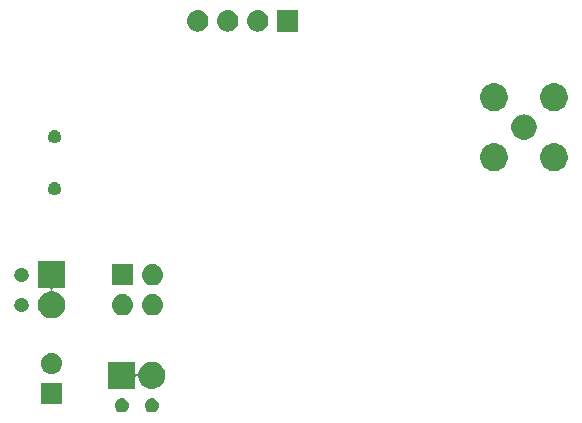
<source format=gbr>
G04 #@! TF.GenerationSoftware,KiCad,Pcbnew,(5.1.0)-1*
G04 #@! TF.CreationDate,2020-04-10T00:03:40+02:00*
G04 #@! TF.ProjectId,Heissluftballon,48656973-736c-4756-9674-62616c6c6f6e,rev?*
G04 #@! TF.SameCoordinates,Original*
G04 #@! TF.FileFunction,Soldermask,Bot*
G04 #@! TF.FilePolarity,Negative*
%FSLAX46Y46*%
G04 Gerber Fmt 4.6, Leading zero omitted, Abs format (unit mm)*
G04 Created by KiCad (PCBNEW (5.1.0)-1) date 2020-04-10 00:03:40*
%MOMM*%
%LPD*%
G04 APERTURE LIST*
%ADD10C,0.100000*%
G04 APERTURE END LIST*
D10*
G36*
X82626601Y-112954397D02*
G01*
X82665305Y-112962096D01*
X82697340Y-112975365D01*
X82774680Y-113007400D01*
X82873115Y-113073173D01*
X82956827Y-113156885D01*
X83022600Y-113255320D01*
X83067904Y-113364696D01*
X83091000Y-113480805D01*
X83091000Y-113599195D01*
X83067904Y-113715304D01*
X83022600Y-113824680D01*
X82956827Y-113923115D01*
X82873115Y-114006827D01*
X82774680Y-114072600D01*
X82697340Y-114104635D01*
X82665305Y-114117904D01*
X82626601Y-114125603D01*
X82549195Y-114141000D01*
X82430805Y-114141000D01*
X82353399Y-114125603D01*
X82314695Y-114117904D01*
X82282660Y-114104635D01*
X82205320Y-114072600D01*
X82106885Y-114006827D01*
X82023173Y-113923115D01*
X81957400Y-113824680D01*
X81912096Y-113715304D01*
X81889000Y-113599195D01*
X81889000Y-113480805D01*
X81912096Y-113364696D01*
X81957400Y-113255320D01*
X82023173Y-113156885D01*
X82106885Y-113073173D01*
X82205320Y-113007400D01*
X82282660Y-112975365D01*
X82314695Y-112962096D01*
X82353399Y-112954397D01*
X82430805Y-112939000D01*
X82549195Y-112939000D01*
X82626601Y-112954397D01*
X82626601Y-112954397D01*
G37*
G36*
X80086601Y-112954397D02*
G01*
X80125305Y-112962096D01*
X80157340Y-112975365D01*
X80234680Y-113007400D01*
X80333115Y-113073173D01*
X80416827Y-113156885D01*
X80482600Y-113255320D01*
X80527904Y-113364696D01*
X80551000Y-113480805D01*
X80551000Y-113599195D01*
X80527904Y-113715304D01*
X80482600Y-113824680D01*
X80416827Y-113923115D01*
X80333115Y-114006827D01*
X80234680Y-114072600D01*
X80157340Y-114104635D01*
X80125305Y-114117904D01*
X80086601Y-114125603D01*
X80009195Y-114141000D01*
X79890805Y-114141000D01*
X79813399Y-114125603D01*
X79774695Y-114117904D01*
X79742660Y-114104635D01*
X79665320Y-114072600D01*
X79566885Y-114006827D01*
X79483173Y-113923115D01*
X79417400Y-113824680D01*
X79372096Y-113715304D01*
X79349000Y-113599195D01*
X79349000Y-113480805D01*
X79372096Y-113364696D01*
X79417400Y-113255320D01*
X79483173Y-113156885D01*
X79566885Y-113073173D01*
X79665320Y-113007400D01*
X79742660Y-112975365D01*
X79774695Y-112962096D01*
X79813399Y-112954397D01*
X79890805Y-112939000D01*
X80009195Y-112939000D01*
X80086601Y-112954397D01*
X80086601Y-112954397D01*
G37*
G36*
X74901000Y-113441000D02*
G01*
X73099000Y-113441000D01*
X73099000Y-111639000D01*
X74901000Y-111639000D01*
X74901000Y-113441000D01*
X74901000Y-113441000D01*
G37*
G36*
X81101000Y-110814007D02*
G01*
X81103402Y-110838393D01*
X81110515Y-110861842D01*
X81122066Y-110883453D01*
X81137611Y-110902395D01*
X81156553Y-110917940D01*
X81178164Y-110929491D01*
X81201613Y-110936604D01*
X81225999Y-110939006D01*
X81250385Y-110936604D01*
X81273834Y-110929491D01*
X81295445Y-110917940D01*
X81314387Y-110902395D01*
X81329932Y-110883453D01*
X81341483Y-110861842D01*
X81348596Y-110838393D01*
X81383232Y-110664267D01*
X81393207Y-110640186D01*
X81469997Y-110454797D01*
X81595960Y-110266280D01*
X81756280Y-110105960D01*
X81944797Y-109979997D01*
X82154266Y-109893232D01*
X82265451Y-109871116D01*
X82376635Y-109849000D01*
X82603365Y-109849000D01*
X82714549Y-109871116D01*
X82825734Y-109893232D01*
X83035203Y-109979997D01*
X83223720Y-110105960D01*
X83384040Y-110266280D01*
X83510003Y-110454797D01*
X83596768Y-110664266D01*
X83641000Y-110886636D01*
X83641000Y-111113364D01*
X83596768Y-111335734D01*
X83510003Y-111545203D01*
X83384040Y-111733720D01*
X83223720Y-111894040D01*
X83035203Y-112020003D01*
X82825734Y-112106768D01*
X82714549Y-112128884D01*
X82603365Y-112151000D01*
X82376635Y-112151000D01*
X82265451Y-112128884D01*
X82154266Y-112106768D01*
X81944797Y-112020003D01*
X81756280Y-111894040D01*
X81595960Y-111733720D01*
X81469997Y-111545203D01*
X81383232Y-111335734D01*
X81348596Y-111161607D01*
X81341483Y-111138158D01*
X81329932Y-111116547D01*
X81314387Y-111097605D01*
X81295445Y-111082060D01*
X81273834Y-111070509D01*
X81250385Y-111063396D01*
X81225999Y-111060994D01*
X81201613Y-111063396D01*
X81178164Y-111070509D01*
X81156553Y-111082060D01*
X81137611Y-111097605D01*
X81122066Y-111116547D01*
X81110515Y-111138158D01*
X81103402Y-111161607D01*
X81101000Y-111185993D01*
X81101000Y-112151000D01*
X78799000Y-112151000D01*
X78799000Y-109849000D01*
X81101000Y-109849000D01*
X81101000Y-110814007D01*
X81101000Y-110814007D01*
G37*
G36*
X74110443Y-109105519D02*
G01*
X74176627Y-109112037D01*
X74346466Y-109163557D01*
X74502991Y-109247222D01*
X74538729Y-109276552D01*
X74640186Y-109359814D01*
X74723448Y-109461271D01*
X74752778Y-109497009D01*
X74836443Y-109653534D01*
X74887963Y-109823373D01*
X74905359Y-110000000D01*
X74887963Y-110176627D01*
X74836443Y-110346466D01*
X74752778Y-110502991D01*
X74723448Y-110538729D01*
X74640186Y-110640186D01*
X74538729Y-110723448D01*
X74502991Y-110752778D01*
X74502989Y-110752779D01*
X74388441Y-110814007D01*
X74346466Y-110836443D01*
X74176627Y-110887963D01*
X74110443Y-110894481D01*
X74044260Y-110901000D01*
X73955740Y-110901000D01*
X73889557Y-110894481D01*
X73823373Y-110887963D01*
X73653534Y-110836443D01*
X73611560Y-110814007D01*
X73497011Y-110752779D01*
X73497009Y-110752778D01*
X73461271Y-110723448D01*
X73359814Y-110640186D01*
X73276552Y-110538729D01*
X73247222Y-110502991D01*
X73163557Y-110346466D01*
X73112037Y-110176627D01*
X73094641Y-110000000D01*
X73112037Y-109823373D01*
X73163557Y-109653534D01*
X73247222Y-109497009D01*
X73276552Y-109461271D01*
X73359814Y-109359814D01*
X73461271Y-109276552D01*
X73497009Y-109247222D01*
X73653534Y-109163557D01*
X73823373Y-109112037D01*
X73889557Y-109105519D01*
X73955740Y-109099000D01*
X74044260Y-109099000D01*
X74110443Y-109105519D01*
X74110443Y-109105519D01*
G37*
G36*
X75151000Y-103651000D02*
G01*
X74185993Y-103651000D01*
X74161607Y-103653402D01*
X74138158Y-103660515D01*
X74116547Y-103672066D01*
X74097605Y-103687611D01*
X74082060Y-103706553D01*
X74070509Y-103728164D01*
X74063396Y-103751613D01*
X74060994Y-103775999D01*
X74063396Y-103800385D01*
X74070509Y-103823834D01*
X74082060Y-103845445D01*
X74097605Y-103864387D01*
X74116547Y-103879932D01*
X74138158Y-103891483D01*
X74161608Y-103898596D01*
X74335734Y-103933232D01*
X74545203Y-104019997D01*
X74733720Y-104145960D01*
X74894040Y-104306280D01*
X75020003Y-104494797D01*
X75106768Y-104704266D01*
X75151000Y-104926636D01*
X75151000Y-105153364D01*
X75106768Y-105375734D01*
X75020003Y-105585203D01*
X74894040Y-105773720D01*
X74733720Y-105934040D01*
X74545203Y-106060003D01*
X74335734Y-106146768D01*
X74224549Y-106168884D01*
X74113365Y-106191000D01*
X73886635Y-106191000D01*
X73775451Y-106168884D01*
X73664266Y-106146768D01*
X73454797Y-106060003D01*
X73266280Y-105934040D01*
X73105960Y-105773720D01*
X72979997Y-105585203D01*
X72893232Y-105375734D01*
X72849000Y-105153364D01*
X72849000Y-104926636D01*
X72893232Y-104704266D01*
X72979997Y-104494797D01*
X73105960Y-104306280D01*
X73266280Y-104145960D01*
X73454797Y-104019997D01*
X73664266Y-103933232D01*
X73838392Y-103898596D01*
X73861842Y-103891483D01*
X73883453Y-103879932D01*
X73902395Y-103864387D01*
X73917940Y-103845445D01*
X73929491Y-103823834D01*
X73936604Y-103800385D01*
X73939006Y-103775999D01*
X73936604Y-103751613D01*
X73929491Y-103728164D01*
X73917940Y-103706553D01*
X73902395Y-103687611D01*
X73883453Y-103672066D01*
X73861842Y-103660515D01*
X73838393Y-103653402D01*
X73814007Y-103651000D01*
X72849000Y-103651000D01*
X72849000Y-101349000D01*
X75151000Y-101349000D01*
X75151000Y-103651000D01*
X75151000Y-103651000D01*
G37*
G36*
X80110442Y-104145518D02*
G01*
X80176627Y-104152037D01*
X80346466Y-104203557D01*
X80502991Y-104287222D01*
X80526213Y-104306280D01*
X80640186Y-104399814D01*
X80718135Y-104494797D01*
X80752778Y-104537009D01*
X80836443Y-104693534D01*
X80887963Y-104863373D01*
X80905359Y-105040000D01*
X80887963Y-105216627D01*
X80836443Y-105386466D01*
X80752778Y-105542991D01*
X80728479Y-105572599D01*
X80640186Y-105680186D01*
X80538729Y-105763448D01*
X80502991Y-105792778D01*
X80346466Y-105876443D01*
X80176627Y-105927963D01*
X80114925Y-105934040D01*
X80044260Y-105941000D01*
X79955740Y-105941000D01*
X79885075Y-105934040D01*
X79823373Y-105927963D01*
X79653534Y-105876443D01*
X79497009Y-105792778D01*
X79461271Y-105763448D01*
X79359814Y-105680186D01*
X79271521Y-105572599D01*
X79247222Y-105542991D01*
X79163557Y-105386466D01*
X79112037Y-105216627D01*
X79094641Y-105040000D01*
X79112037Y-104863373D01*
X79163557Y-104693534D01*
X79247222Y-104537009D01*
X79281865Y-104494797D01*
X79359814Y-104399814D01*
X79473787Y-104306280D01*
X79497009Y-104287222D01*
X79653534Y-104203557D01*
X79823373Y-104152037D01*
X79889558Y-104145518D01*
X79955740Y-104139000D01*
X80044260Y-104139000D01*
X80110442Y-104145518D01*
X80110442Y-104145518D01*
G37*
G36*
X82650442Y-104145518D02*
G01*
X82716627Y-104152037D01*
X82886466Y-104203557D01*
X83042991Y-104287222D01*
X83066213Y-104306280D01*
X83180186Y-104399814D01*
X83258135Y-104494797D01*
X83292778Y-104537009D01*
X83376443Y-104693534D01*
X83427963Y-104863373D01*
X83445359Y-105040000D01*
X83427963Y-105216627D01*
X83376443Y-105386466D01*
X83292778Y-105542991D01*
X83268479Y-105572599D01*
X83180186Y-105680186D01*
X83078729Y-105763448D01*
X83042991Y-105792778D01*
X82886466Y-105876443D01*
X82716627Y-105927963D01*
X82654925Y-105934040D01*
X82584260Y-105941000D01*
X82495740Y-105941000D01*
X82425075Y-105934040D01*
X82363373Y-105927963D01*
X82193534Y-105876443D01*
X82037009Y-105792778D01*
X82001271Y-105763448D01*
X81899814Y-105680186D01*
X81811521Y-105572599D01*
X81787222Y-105542991D01*
X81703557Y-105386466D01*
X81652037Y-105216627D01*
X81634641Y-105040000D01*
X81652037Y-104863373D01*
X81703557Y-104693534D01*
X81787222Y-104537009D01*
X81821865Y-104494797D01*
X81899814Y-104399814D01*
X82013787Y-104306280D01*
X82037009Y-104287222D01*
X82193534Y-104203557D01*
X82363373Y-104152037D01*
X82429558Y-104145518D01*
X82495740Y-104139000D01*
X82584260Y-104139000D01*
X82650442Y-104145518D01*
X82650442Y-104145518D01*
G37*
G36*
X71596601Y-104454397D02*
G01*
X71635305Y-104462096D01*
X71667340Y-104475365D01*
X71744680Y-104507400D01*
X71843115Y-104573173D01*
X71926827Y-104656885D01*
X71992600Y-104755320D01*
X72037904Y-104864696D01*
X72061000Y-104980805D01*
X72061000Y-105099195D01*
X72037904Y-105215304D01*
X71992600Y-105324680D01*
X71926827Y-105423115D01*
X71843115Y-105506827D01*
X71744680Y-105572600D01*
X71667340Y-105604635D01*
X71635305Y-105617904D01*
X71596601Y-105625603D01*
X71519195Y-105641000D01*
X71400805Y-105641000D01*
X71323399Y-105625603D01*
X71284695Y-105617904D01*
X71252660Y-105604635D01*
X71175320Y-105572600D01*
X71076885Y-105506827D01*
X70993173Y-105423115D01*
X70927400Y-105324680D01*
X70882096Y-105215304D01*
X70859000Y-105099195D01*
X70859000Y-104980805D01*
X70882096Y-104864696D01*
X70927400Y-104755320D01*
X70993173Y-104656885D01*
X71076885Y-104573173D01*
X71175320Y-104507400D01*
X71252660Y-104475365D01*
X71284695Y-104462096D01*
X71323399Y-104454397D01*
X71400805Y-104439000D01*
X71519195Y-104439000D01*
X71596601Y-104454397D01*
X71596601Y-104454397D01*
G37*
G36*
X82650443Y-101605519D02*
G01*
X82716627Y-101612037D01*
X82886466Y-101663557D01*
X83042991Y-101747222D01*
X83078729Y-101776552D01*
X83180186Y-101859814D01*
X83263448Y-101961271D01*
X83292778Y-101997009D01*
X83376443Y-102153534D01*
X83427963Y-102323373D01*
X83445359Y-102500000D01*
X83427963Y-102676627D01*
X83376443Y-102846466D01*
X83292778Y-103002991D01*
X83268479Y-103032599D01*
X83180186Y-103140186D01*
X83078729Y-103223448D01*
X83042991Y-103252778D01*
X82886466Y-103336443D01*
X82716627Y-103387963D01*
X82650442Y-103394482D01*
X82584260Y-103401000D01*
X82495740Y-103401000D01*
X82429558Y-103394482D01*
X82363373Y-103387963D01*
X82193534Y-103336443D01*
X82037009Y-103252778D01*
X82001271Y-103223448D01*
X81899814Y-103140186D01*
X81811521Y-103032599D01*
X81787222Y-103002991D01*
X81703557Y-102846466D01*
X81652037Y-102676627D01*
X81634641Y-102500000D01*
X81652037Y-102323373D01*
X81703557Y-102153534D01*
X81787222Y-101997009D01*
X81816552Y-101961271D01*
X81899814Y-101859814D01*
X82001271Y-101776552D01*
X82037009Y-101747222D01*
X82193534Y-101663557D01*
X82363373Y-101612037D01*
X82429557Y-101605519D01*
X82495740Y-101599000D01*
X82584260Y-101599000D01*
X82650443Y-101605519D01*
X82650443Y-101605519D01*
G37*
G36*
X80901000Y-103401000D02*
G01*
X79099000Y-103401000D01*
X79099000Y-101599000D01*
X80901000Y-101599000D01*
X80901000Y-103401000D01*
X80901000Y-103401000D01*
G37*
G36*
X71596601Y-101914397D02*
G01*
X71635305Y-101922096D01*
X71667340Y-101935365D01*
X71744680Y-101967400D01*
X71843115Y-102033173D01*
X71926827Y-102116885D01*
X71992600Y-102215320D01*
X72037904Y-102324696D01*
X72061000Y-102440805D01*
X72061000Y-102559195D01*
X72037904Y-102675304D01*
X71992600Y-102784680D01*
X71926827Y-102883115D01*
X71843115Y-102966827D01*
X71744680Y-103032600D01*
X71667340Y-103064635D01*
X71635305Y-103077904D01*
X71596601Y-103085603D01*
X71519195Y-103101000D01*
X71400805Y-103101000D01*
X71323399Y-103085603D01*
X71284695Y-103077904D01*
X71252660Y-103064635D01*
X71175320Y-103032600D01*
X71076885Y-102966827D01*
X70993173Y-102883115D01*
X70927400Y-102784680D01*
X70882096Y-102675304D01*
X70859000Y-102559195D01*
X70859000Y-102440805D01*
X70882096Y-102324696D01*
X70927400Y-102215320D01*
X70993173Y-102116885D01*
X71076885Y-102033173D01*
X71175320Y-101967400D01*
X71252660Y-101935365D01*
X71284695Y-101922096D01*
X71323399Y-101914397D01*
X71400805Y-101899000D01*
X71519195Y-101899000D01*
X71596601Y-101914397D01*
X71596601Y-101914397D01*
G37*
G36*
X74410721Y-94670174D02*
G01*
X74510995Y-94711709D01*
X74510996Y-94711710D01*
X74601242Y-94772010D01*
X74677990Y-94848758D01*
X74677991Y-94848760D01*
X74738291Y-94939005D01*
X74779826Y-95039279D01*
X74801000Y-95145730D01*
X74801000Y-95254270D01*
X74779826Y-95360721D01*
X74738291Y-95460995D01*
X74738290Y-95460996D01*
X74677990Y-95551242D01*
X74601242Y-95627990D01*
X74555812Y-95658345D01*
X74510995Y-95688291D01*
X74410721Y-95729826D01*
X74304270Y-95751000D01*
X74195730Y-95751000D01*
X74089279Y-95729826D01*
X73989005Y-95688291D01*
X73944188Y-95658345D01*
X73898758Y-95627990D01*
X73822010Y-95551242D01*
X73761710Y-95460996D01*
X73761709Y-95460995D01*
X73720174Y-95360721D01*
X73699000Y-95254270D01*
X73699000Y-95145730D01*
X73720174Y-95039279D01*
X73761709Y-94939005D01*
X73822009Y-94848760D01*
X73822010Y-94848758D01*
X73898758Y-94772010D01*
X73989004Y-94711710D01*
X73989005Y-94711709D01*
X74089279Y-94670174D01*
X74195730Y-94649000D01*
X74304270Y-94649000D01*
X74410721Y-94670174D01*
X74410721Y-94670174D01*
G37*
G36*
X116731560Y-91379064D02*
G01*
X116883027Y-91409193D01*
X117097045Y-91497842D01*
X117097046Y-91497843D01*
X117289654Y-91626539D01*
X117453461Y-91790346D01*
X117539258Y-91918751D01*
X117582158Y-91982955D01*
X117670807Y-92196973D01*
X117716000Y-92424174D01*
X117716000Y-92655826D01*
X117670807Y-92883027D01*
X117582158Y-93097045D01*
X117582157Y-93097046D01*
X117453461Y-93289654D01*
X117289654Y-93453461D01*
X117161249Y-93539258D01*
X117097045Y-93582158D01*
X116883027Y-93670807D01*
X116731560Y-93700936D01*
X116655827Y-93716000D01*
X116424173Y-93716000D01*
X116348440Y-93700936D01*
X116196973Y-93670807D01*
X115982955Y-93582158D01*
X115918751Y-93539258D01*
X115790346Y-93453461D01*
X115626539Y-93289654D01*
X115497843Y-93097046D01*
X115497842Y-93097045D01*
X115409193Y-92883027D01*
X115364000Y-92655826D01*
X115364000Y-92424174D01*
X115409193Y-92196973D01*
X115497842Y-91982955D01*
X115540742Y-91918751D01*
X115626539Y-91790346D01*
X115790346Y-91626539D01*
X115982954Y-91497843D01*
X115982955Y-91497842D01*
X116196973Y-91409193D01*
X116348440Y-91379064D01*
X116424173Y-91364000D01*
X116655827Y-91364000D01*
X116731560Y-91379064D01*
X116731560Y-91379064D01*
G37*
G36*
X111651560Y-91379064D02*
G01*
X111803027Y-91409193D01*
X112017045Y-91497842D01*
X112017046Y-91497843D01*
X112209654Y-91626539D01*
X112373461Y-91790346D01*
X112459258Y-91918751D01*
X112502158Y-91982955D01*
X112590807Y-92196973D01*
X112636000Y-92424174D01*
X112636000Y-92655826D01*
X112590807Y-92883027D01*
X112502158Y-93097045D01*
X112502157Y-93097046D01*
X112373461Y-93289654D01*
X112209654Y-93453461D01*
X112081249Y-93539258D01*
X112017045Y-93582158D01*
X111803027Y-93670807D01*
X111651560Y-93700936D01*
X111575827Y-93716000D01*
X111344173Y-93716000D01*
X111268440Y-93700936D01*
X111116973Y-93670807D01*
X110902955Y-93582158D01*
X110838751Y-93539258D01*
X110710346Y-93453461D01*
X110546539Y-93289654D01*
X110417843Y-93097046D01*
X110417842Y-93097045D01*
X110329193Y-92883027D01*
X110284000Y-92655826D01*
X110284000Y-92424174D01*
X110329193Y-92196973D01*
X110417842Y-91982955D01*
X110460742Y-91918751D01*
X110546539Y-91790346D01*
X110710346Y-91626539D01*
X110902954Y-91497843D01*
X110902955Y-91497842D01*
X111116973Y-91409193D01*
X111268440Y-91379064D01*
X111344173Y-91364000D01*
X111575827Y-91364000D01*
X111651560Y-91379064D01*
X111651560Y-91379064D01*
G37*
G36*
X74410721Y-90270174D02*
G01*
X74510995Y-90311709D01*
X74510996Y-90311710D01*
X74601242Y-90372010D01*
X74677990Y-90448758D01*
X74677991Y-90448760D01*
X74738291Y-90539005D01*
X74779826Y-90639279D01*
X74801000Y-90745730D01*
X74801000Y-90854270D01*
X74779826Y-90960721D01*
X74738291Y-91060995D01*
X74738290Y-91060996D01*
X74677990Y-91151242D01*
X74601242Y-91227990D01*
X74555812Y-91258345D01*
X74510995Y-91288291D01*
X74410721Y-91329826D01*
X74304270Y-91351000D01*
X74195730Y-91351000D01*
X74089279Y-91329826D01*
X73989005Y-91288291D01*
X73944188Y-91258345D01*
X73898758Y-91227990D01*
X73822010Y-91151242D01*
X73761710Y-91060996D01*
X73761709Y-91060995D01*
X73720174Y-90960721D01*
X73699000Y-90854270D01*
X73699000Y-90745730D01*
X73720174Y-90639279D01*
X73761709Y-90539005D01*
X73822009Y-90448760D01*
X73822010Y-90448758D01*
X73898758Y-90372010D01*
X73989004Y-90311710D01*
X73989005Y-90311709D01*
X74089279Y-90270174D01*
X74195730Y-90249000D01*
X74304270Y-90249000D01*
X74410721Y-90270174D01*
X74410721Y-90270174D01*
G37*
G36*
X114175271Y-88937783D02*
G01*
X114313858Y-88965350D01*
X114509677Y-89046461D01*
X114685910Y-89164216D01*
X114835784Y-89314090D01*
X114953539Y-89490323D01*
X115034650Y-89686142D01*
X115076000Y-89894023D01*
X115076000Y-90105977D01*
X115034650Y-90313858D01*
X114953539Y-90509677D01*
X114835784Y-90685910D01*
X114685910Y-90835784D01*
X114509677Y-90953539D01*
X114313858Y-91034650D01*
X114181412Y-91060995D01*
X114105978Y-91076000D01*
X113894022Y-91076000D01*
X113818588Y-91060995D01*
X113686142Y-91034650D01*
X113490323Y-90953539D01*
X113314090Y-90835784D01*
X113164216Y-90685910D01*
X113046461Y-90509677D01*
X112965350Y-90313858D01*
X112924000Y-90105977D01*
X112924000Y-89894023D01*
X112965350Y-89686142D01*
X113046461Y-89490323D01*
X113164216Y-89314090D01*
X113314090Y-89164216D01*
X113490323Y-89046461D01*
X113686142Y-88965350D01*
X113824729Y-88937783D01*
X113894022Y-88924000D01*
X114105978Y-88924000D01*
X114175271Y-88937783D01*
X114175271Y-88937783D01*
G37*
G36*
X111651560Y-86299064D02*
G01*
X111803027Y-86329193D01*
X112017045Y-86417842D01*
X112017046Y-86417843D01*
X112209654Y-86546539D01*
X112373461Y-86710346D01*
X112459258Y-86838751D01*
X112502158Y-86902955D01*
X112590807Y-87116973D01*
X112636000Y-87344174D01*
X112636000Y-87575826D01*
X112590807Y-87803027D01*
X112502158Y-88017045D01*
X112502157Y-88017046D01*
X112373461Y-88209654D01*
X112209654Y-88373461D01*
X112081249Y-88459258D01*
X112017045Y-88502158D01*
X111803027Y-88590807D01*
X111651560Y-88620936D01*
X111575827Y-88636000D01*
X111344173Y-88636000D01*
X111268440Y-88620936D01*
X111116973Y-88590807D01*
X110902955Y-88502158D01*
X110838751Y-88459258D01*
X110710346Y-88373461D01*
X110546539Y-88209654D01*
X110417843Y-88017046D01*
X110417842Y-88017045D01*
X110329193Y-87803027D01*
X110284000Y-87575826D01*
X110284000Y-87344174D01*
X110329193Y-87116973D01*
X110417842Y-86902955D01*
X110460742Y-86838751D01*
X110546539Y-86710346D01*
X110710346Y-86546539D01*
X110902954Y-86417843D01*
X110902955Y-86417842D01*
X111116973Y-86329193D01*
X111268440Y-86299064D01*
X111344173Y-86284000D01*
X111575827Y-86284000D01*
X111651560Y-86299064D01*
X111651560Y-86299064D01*
G37*
G36*
X116731560Y-86299064D02*
G01*
X116883027Y-86329193D01*
X117097045Y-86417842D01*
X117097046Y-86417843D01*
X117289654Y-86546539D01*
X117453461Y-86710346D01*
X117539258Y-86838751D01*
X117582158Y-86902955D01*
X117670807Y-87116973D01*
X117716000Y-87344174D01*
X117716000Y-87575826D01*
X117670807Y-87803027D01*
X117582158Y-88017045D01*
X117582157Y-88017046D01*
X117453461Y-88209654D01*
X117289654Y-88373461D01*
X117161249Y-88459258D01*
X117097045Y-88502158D01*
X116883027Y-88590807D01*
X116731560Y-88620936D01*
X116655827Y-88636000D01*
X116424173Y-88636000D01*
X116348440Y-88620936D01*
X116196973Y-88590807D01*
X115982955Y-88502158D01*
X115918751Y-88459258D01*
X115790346Y-88373461D01*
X115626539Y-88209654D01*
X115497843Y-88017046D01*
X115497842Y-88017045D01*
X115409193Y-87803027D01*
X115364000Y-87575826D01*
X115364000Y-87344174D01*
X115409193Y-87116973D01*
X115497842Y-86902955D01*
X115540742Y-86838751D01*
X115626539Y-86710346D01*
X115790346Y-86546539D01*
X115982954Y-86417843D01*
X115982955Y-86417842D01*
X116196973Y-86329193D01*
X116348440Y-86299064D01*
X116424173Y-86284000D01*
X116655827Y-86284000D01*
X116731560Y-86299064D01*
X116731560Y-86299064D01*
G37*
G36*
X86490442Y-80105518D02*
G01*
X86556627Y-80112037D01*
X86726466Y-80163557D01*
X86882991Y-80247222D01*
X86918729Y-80276552D01*
X87020186Y-80359814D01*
X87103448Y-80461271D01*
X87132778Y-80497009D01*
X87216443Y-80653534D01*
X87267963Y-80823373D01*
X87285359Y-81000000D01*
X87267963Y-81176627D01*
X87216443Y-81346466D01*
X87132778Y-81502991D01*
X87103448Y-81538729D01*
X87020186Y-81640186D01*
X86918729Y-81723448D01*
X86882991Y-81752778D01*
X86726466Y-81836443D01*
X86556627Y-81887963D01*
X86490442Y-81894482D01*
X86424260Y-81901000D01*
X86335740Y-81901000D01*
X86269558Y-81894482D01*
X86203373Y-81887963D01*
X86033534Y-81836443D01*
X85877009Y-81752778D01*
X85841271Y-81723448D01*
X85739814Y-81640186D01*
X85656552Y-81538729D01*
X85627222Y-81502991D01*
X85543557Y-81346466D01*
X85492037Y-81176627D01*
X85474641Y-81000000D01*
X85492037Y-80823373D01*
X85543557Y-80653534D01*
X85627222Y-80497009D01*
X85656552Y-80461271D01*
X85739814Y-80359814D01*
X85841271Y-80276552D01*
X85877009Y-80247222D01*
X86033534Y-80163557D01*
X86203373Y-80112037D01*
X86269558Y-80105518D01*
X86335740Y-80099000D01*
X86424260Y-80099000D01*
X86490442Y-80105518D01*
X86490442Y-80105518D01*
G37*
G36*
X89030442Y-80105518D02*
G01*
X89096627Y-80112037D01*
X89266466Y-80163557D01*
X89422991Y-80247222D01*
X89458729Y-80276552D01*
X89560186Y-80359814D01*
X89643448Y-80461271D01*
X89672778Y-80497009D01*
X89756443Y-80653534D01*
X89807963Y-80823373D01*
X89825359Y-81000000D01*
X89807963Y-81176627D01*
X89756443Y-81346466D01*
X89672778Y-81502991D01*
X89643448Y-81538729D01*
X89560186Y-81640186D01*
X89458729Y-81723448D01*
X89422991Y-81752778D01*
X89266466Y-81836443D01*
X89096627Y-81887963D01*
X89030442Y-81894482D01*
X88964260Y-81901000D01*
X88875740Y-81901000D01*
X88809558Y-81894482D01*
X88743373Y-81887963D01*
X88573534Y-81836443D01*
X88417009Y-81752778D01*
X88381271Y-81723448D01*
X88279814Y-81640186D01*
X88196552Y-81538729D01*
X88167222Y-81502991D01*
X88083557Y-81346466D01*
X88032037Y-81176627D01*
X88014641Y-81000000D01*
X88032037Y-80823373D01*
X88083557Y-80653534D01*
X88167222Y-80497009D01*
X88196552Y-80461271D01*
X88279814Y-80359814D01*
X88381271Y-80276552D01*
X88417009Y-80247222D01*
X88573534Y-80163557D01*
X88743373Y-80112037D01*
X88809558Y-80105518D01*
X88875740Y-80099000D01*
X88964260Y-80099000D01*
X89030442Y-80105518D01*
X89030442Y-80105518D01*
G37*
G36*
X91570442Y-80105518D02*
G01*
X91636627Y-80112037D01*
X91806466Y-80163557D01*
X91962991Y-80247222D01*
X91998729Y-80276552D01*
X92100186Y-80359814D01*
X92183448Y-80461271D01*
X92212778Y-80497009D01*
X92296443Y-80653534D01*
X92347963Y-80823373D01*
X92365359Y-81000000D01*
X92347963Y-81176627D01*
X92296443Y-81346466D01*
X92212778Y-81502991D01*
X92183448Y-81538729D01*
X92100186Y-81640186D01*
X91998729Y-81723448D01*
X91962991Y-81752778D01*
X91806466Y-81836443D01*
X91636627Y-81887963D01*
X91570442Y-81894482D01*
X91504260Y-81901000D01*
X91415740Y-81901000D01*
X91349558Y-81894482D01*
X91283373Y-81887963D01*
X91113534Y-81836443D01*
X90957009Y-81752778D01*
X90921271Y-81723448D01*
X90819814Y-81640186D01*
X90736552Y-81538729D01*
X90707222Y-81502991D01*
X90623557Y-81346466D01*
X90572037Y-81176627D01*
X90554641Y-81000000D01*
X90572037Y-80823373D01*
X90623557Y-80653534D01*
X90707222Y-80497009D01*
X90736552Y-80461271D01*
X90819814Y-80359814D01*
X90921271Y-80276552D01*
X90957009Y-80247222D01*
X91113534Y-80163557D01*
X91283373Y-80112037D01*
X91349558Y-80105518D01*
X91415740Y-80099000D01*
X91504260Y-80099000D01*
X91570442Y-80105518D01*
X91570442Y-80105518D01*
G37*
G36*
X94901000Y-81901000D02*
G01*
X93099000Y-81901000D01*
X93099000Y-80099000D01*
X94901000Y-80099000D01*
X94901000Y-81901000D01*
X94901000Y-81901000D01*
G37*
M02*

</source>
